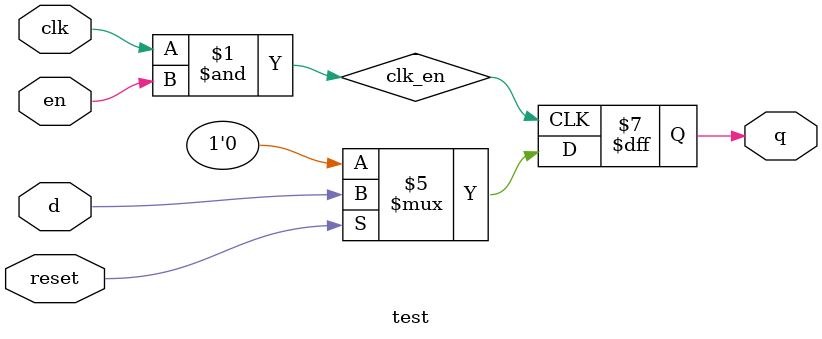
<source format=v>
module test (q, clk, en, reset, d);
output q;
input clk, en, reset, d;
reg q;
wire clk, en, reset, d;
wire clk_en;
and U_and_1(clk_en, clk, en);//warning
always @( posedge clk_en)//or negedge reset )
if ( ~reset )
q <= 1'b0;
else
q <= d;
endmodule


</source>
